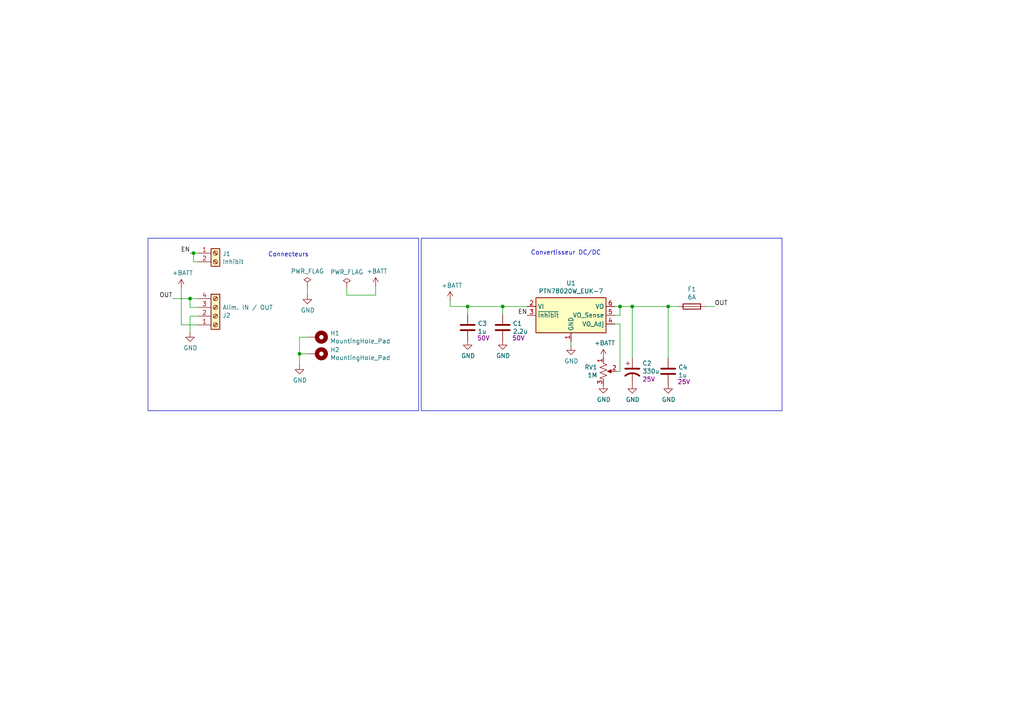
<source format=kicad_sch>
(kicad_sch (version 20231120) (generator "eeschema") (generator_version "8.0")
  (paper "A4")
  (title_block (title "Alimentation - Module 6A") (date "2020-12-12") (rev "1.0") (company "ARIG") (comment 1 "Auteur : Gregory DEPUILLE"))
  (lib_symbols
    (symbol "ARIG:PTN78020W_EUK-7"
      (property "Reference" "U" (at -6.35 6.35 0))
      (property "Value" "PTN78020W_EUK-7" (at 3.81 6.35 0))
      (symbol "PTN78020W_EUK-7_0_1"
        (rectangle (start -10.16 5.08) (end 10.16 -5.08) (stroke (width 0.254)) (fill (type background)))
      )
      (symbol "PTN78020W_EUK-7_1_1"
        (pin power_in line (at 0 -7.62 90) (length 2.54) (name "GND") (number "1"))
        (pin power_in line (at -12.7 2.54 0) (length 2.54) (name "VI") (number "2"))
        (pin input line (at -12.7 0 0) (length 2.54) (name "~{Inhibit}") (number "3"))
        (pin input line (at 12.7 -2.54 180) (length 2.54) (name "VO_Adj") (number "4"))
        (pin input line (at 12.7 0 180) (length 2.54) (name "VO_Sense") (number "5"))
        (pin power_out line (at 12.7 2.54 180) (length 2.54) (name "VO") (number "6"))
        (pin passive line (at 0 -7.62 90) (length 2.54) hide (name "GND") (number "7"))
      )
    )
    (symbol "Connector:Screw_Terminal_01x02" (pin_names (offset 1.016) hide)
      (property "Reference" "J" (at 0 2.54 0))
      (property "Value" "Screw_Terminal_01x02" (at 0 -5.08 0))
      (symbol "Screw_Terminal_01x02_1_1"
        (rectangle (start -1.27 1.27) (end 1.27 -3.81) (stroke (width 0.254)) (fill (type background)))
        (circle (center 0 -2.54) (radius 0.635) (stroke (width 0.1524)))
        (polyline (pts (xy -0.5334 -2.2098) (xy 0.3302 -3.048)) (stroke (width 0.1524)))
        (polyline (pts (xy -0.5334 0.3302) (xy 0.3302 -0.508)) (stroke (width 0.1524)))
        (polyline (pts (xy -0.3556 -2.032) (xy 0.508 -2.8702)) (stroke (width 0.1524)))
        (polyline (pts (xy -0.3556 0.508) (xy 0.508 -0.3302)) (stroke (width 0.1524)))
        (circle (center 0 0) (radius 0.635) (stroke (width 0.1524)))
        (pin passive line (at -5.08 0 0) (length 3.81) (name "Pin_1") (number "1"))
        (pin passive line (at -5.08 -2.54 0) (length 3.81) (name "Pin_2") (number "2"))
      )
    )
    (symbol "Connector:Screw_Terminal_01x04" (pin_names (offset 1.016) hide)
      (property "Reference" "J" (at 0 5.08 0))
      (property "Value" "Screw_Terminal_01x04" (at 0 -7.62 0))
      (symbol "Screw_Terminal_01x04_1_1"
        (rectangle (start -1.27 3.81) (end 1.27 -6.35) (stroke (width 0.254)) (fill (type background)))
        (circle (center 0 -5.08) (radius 0.635) (stroke (width 0.1524)))
        (circle (center 0 -2.54) (radius 0.635) (stroke (width 0.1524)))
        (polyline (pts (xy -0.5334 -4.7498) (xy 0.3302 -5.588)) (stroke (width 0.1524)))
        (polyline (pts (xy -0.5334 -2.2098) (xy 0.3302 -3.048)) (stroke (width 0.1524)))
        (polyline (pts (xy -0.5334 0.3302) (xy 0.3302 -0.508)) (stroke (width 0.1524)))
        (polyline (pts (xy -0.5334 2.8702) (xy 0.3302 2.032)) (stroke (width 0.1524)))
        (polyline (pts (xy -0.3556 -4.572) (xy 0.508 -5.4102)) (stroke (width 0.1524)))
        (polyline (pts (xy -0.3556 -2.032) (xy 0.508 -2.8702)) (stroke (width 0.1524)))
        (polyline (pts (xy -0.3556 0.508) (xy 0.508 -0.3302)) (stroke (width 0.1524)))
        (polyline (pts (xy -0.3556 3.048) (xy 0.508 2.2098)) (stroke (width 0.1524)))
        (circle (center 0 0) (radius 0.635) (stroke (width 0.1524)))
        (circle (center 0 2.54) (radius 0.635) (stroke (width 0.1524)))
        (pin passive line (at -5.08 2.54 0) (length 3.81) (name "Pin_1") (number "1"))
        (pin passive line (at -5.08 0 0) (length 3.81) (name "Pin_2") (number "2"))
        (pin passive line (at -5.08 -2.54 0) (length 3.81) (name "Pin_3") (number "3"))
        (pin passive line (at -5.08 -5.08 0) (length 3.81) (name "Pin_4") (number "4"))
      )
    )
    (symbol "Device:C" (pin_numbers hide) (pin_names (offset 0.254))
      (property "Reference" "C" (at 0.635 2.54 0))
      (property "Value" "C" (at 0.635 -2.54 0))
      (symbol "C_0_1"
        (polyline (pts (xy -2.032 -0.762) (xy 2.032 -0.762)) (stroke (width 0.508)))
        (polyline (pts (xy -2.032 0.762) (xy 2.032 0.762)) (stroke (width 0.508)))
      )
      (symbol "C_1_1"
        (pin passive line (at 0 3.81 270) (length 2.794) (name "~") (number "1"))
        (pin passive line (at 0 -3.81 90) (length 2.794) (name "~") (number "2"))
      )
    )
    (symbol "Device:Fuse" (pin_numbers hide) (pin_names (offset 0))
      (property "Reference" "F" (at 2.032 0 90))
      (property "Value" "Fuse" (at -1.905 0 90))
      (symbol "Fuse_0_1"
        (rectangle (start -0.762 -2.54) (end 0.762 2.54) (stroke (width 0.254)))
        (polyline (pts (xy 0 2.54) (xy 0 -2.54)))
      )
      (symbol "Fuse_1_1"
        (pin passive line (at 0 3.81 270) (length 1.27) (name "~") (number "1"))
        (pin passive line (at 0 -3.81 90) (length 1.27) (name "~") (number "2"))
      )
    )
    (symbol "Mechanical:MountingHole_Pad" (pin_numbers hide) (pin_names (offset 1.016) hide)
      (property "Reference" "H" (at 0 6.35 0))
      (property "Value" "MountingHole_Pad" (at 0 4.445 0))
      (symbol "MountingHole_Pad_0_1"
        (circle (center 0 1.27) (radius 1.27) (stroke (width 1.27)))
      )
      (symbol "MountingHole_Pad_1_1"
        (pin input line (at 0 -2.54 90) (length 2.54) (name "1") (number "1"))
      )
    )
    (symbol "ModuleAlim6A-rescue:CP1-Device" (pin_numbers hide) (pin_names (offset 0.254) hide)
      (property "Reference" "C" (at 0.635 2.54 0))
      (property "Value" "Device_CP1" (at 0.635 -2.54 0))
      (symbol "CP1-Device_0_1"
        (polyline (pts (xy -2.032 0.762) (xy 2.032 0.762)) (stroke (width 0.508)))
        (polyline (pts (xy -1.778 2.286) (xy -0.762 2.286)))
        (polyline (pts (xy -1.27 1.778) (xy -1.27 2.794)))
        (arc (start 2.032 -1.27) (mid 0 -0.5572) (end -2.032 -1.27) (stroke (width 0.508)))
      )
      (symbol "CP1-Device_1_1"
        (pin passive line (at 0 3.81 270) (length 2.794) (name "~") (number "1"))
        (pin passive line (at 0 -3.81 90) (length 3.302) (name "~") (number "2"))
      )
    )
    (symbol "ModuleAlim6A-rescue:R_POT_US-Device" (pin_names (offset 1.016) hide)
      (property "Reference" "RV" (at -4.445 0 90))
      (property "Value" "Device_R_POT_US" (at -2.54 0 90))
      (symbol "R_POT_US-Device_0_1"
        (polyline (pts (xy 0 -2.286) (xy 0 -2.54)))
        (polyline (pts (xy 0 2.54) (xy 0 2.286)))
        (polyline (pts (xy 2.54 0) (xy 1.524 0)))
        (polyline (pts (xy 1.143 0) (xy 2.286 0.508) (xy 2.286 -0.508) (xy 1.143 0)) (fill (type outline)))
        (polyline (pts (xy 0 -0.762) (xy 1.016 -1.143) (xy 0 -1.524) (xy -1.016 -1.905) (xy 0 -2.286)))
        (polyline (pts (xy 0 0.762) (xy 1.016 0.381) (xy 0 0) (xy -1.016 -0.381) (xy 0 -0.762)))
        (polyline (pts (xy 0 2.286) (xy 1.016 1.905) (xy 0 1.524) (xy -1.016 1.143) (xy 0 0.762)))
      )
      (symbol "R_POT_US-Device_1_1"
        (pin passive line (at 0 3.81 270) (length 1.27) (name "1") (number "1"))
        (pin passive line (at 3.81 0 180) (length 1.27) (name "2") (number "2"))
        (pin passive line (at 0 -3.81 90) (length 1.27) (name "3") (number "3"))
      )
    )
    (symbol "power:+BATT" (power) (pin_numbers hide) (pin_names (offset 0) hide)
      (property "Value" "+BATT" (at 0 3.556 0))
      (symbol "+BATT_0_1"
        (polyline (pts (xy -0.762 1.27) (xy 0 2.54)))
        (polyline (pts (xy 0 0) (xy 0 2.54)))
        (polyline (pts (xy 0 2.54) (xy 0.762 1.27)))
      )
      (symbol "+BATT_1_1"
        (pin power_in line (at 0 0 90) (length 0) (name "~") (number "1"))
      )
    )
    (symbol "power:GND" (power) (pin_numbers hide) (pin_names (offset 0) hide)
      (property "Value" "GND" (at 0 -3.81 0))
      (symbol "GND_0_1"
        (polyline (pts (xy 0 0) (xy 0 -1.27) (xy 1.27 -1.27) (xy 0 -2.54) (xy -1.27 -1.27) (xy 0 -1.27)))
      )
      (symbol "GND_1_1"
        (pin power_in line (at 0 0 270) (length 0) (name "~") (number "1"))
      )
    )
    (symbol "power:PWR_FLAG" (power) (pin_numbers hide) (pin_names (offset 0) hide)
      (property "Value" "PWR_FLAG" (at 0 3.81 0))
      (symbol "PWR_FLAG_0_0"
        (pin power_out line (at 0 0 90) (length 0) (name "~") (number "1"))
      )
      (symbol "PWR_FLAG_0_1"
        (polyline (pts (xy 0 0) (xy 0 1.27) (xy -1.016 1.905) (xy 0 2.54) (xy 1.016 1.905) (xy 0 1.27)))
      )
    )
  )
  (junction (at 86.868 102.616))
  (junction (at 55.118 86.614))
  (junction (at 179.832 88.9))
  (junction (at 183.388 88.9))
  (junction (at 193.802 88.9))
  (junction (at 56.134 73.406))
  (junction (at 135.636 88.9))
  (junction (at 145.796 88.9))
  (wire (pts (xy 178.308 88.9) (xy 179.832 88.9)))
  (wire (pts (xy 86.868 105.918) (xy 86.868 102.616)))
  (polyline (pts (xy 122.174 119.126) (xy 226.822 119.126)))
  (polyline (pts (xy 122.174 69.088) (xy 122.174 119.126)))
  (polyline (pts (xy 42.926 119.126) (xy 121.412 119.126)))
  (wire (pts (xy 135.636 88.9) (xy 145.796 88.9)))
  (polyline (pts (xy 121.412 69.088) (xy 42.926 69.088)))
  (wire (pts (xy 179.832 91.44) (xy 179.832 88.9)))
  (wire (pts (xy 145.796 88.9) (xy 152.908 88.9)))
  (wire (pts (xy 57.404 94.234) (xy 52.578 94.234)))
  (wire (pts (xy 100.584 83.312) (xy 100.584 85.598)))
  (wire (pts (xy 193.802 103.886) (xy 193.802 88.9)))
  (wire (pts (xy 55.118 86.614) (xy 57.404 86.614)))
  (wire (pts (xy 89.408 97.79) (xy 86.868 97.79)))
  (wire (pts (xy 89.154 85.598) (xy 89.154 83.058)))
  (wire (pts (xy 130.556 87.122) (xy 130.556 88.9)))
  (wire (pts (xy 50.038 86.614) (xy 55.118 86.614)))
  (wire (pts (xy 179.832 107.696) (xy 178.816 107.696)))
  (polyline (pts (xy 226.822 119.126) (xy 226.822 69.088)))
  (wire (pts (xy 207.264 88.9) (xy 204.47 88.9)))
  (wire (pts (xy 179.832 93.98) (xy 179.832 107.696)))
  (polyline (pts (xy 121.412 119.126) (xy 121.412 69.088)))
  (wire (pts (xy 57.404 89.154) (xy 55.118 89.154)))
  (wire (pts (xy 165.608 99.06) (xy 165.608 100.33)))
  (wire (pts (xy 108.966 85.598) (xy 108.966 83.058)))
  (wire (pts (xy 183.388 88.9) (xy 193.802 88.9)))
  (wire (pts (xy 100.584 85.598) (xy 108.966 85.598)))
  (wire (pts (xy 135.636 91.186) (xy 135.636 88.9)))
  (wire (pts (xy 55.118 89.154) (xy 55.118 86.614)))
  (wire (pts (xy 52.578 94.234) (xy 52.578 83.566)))
  (wire (pts (xy 179.832 88.9) (xy 183.388 88.9)))
  (wire (pts (xy 55.118 91.694) (xy 55.118 96.52)))
  (wire (pts (xy 56.134 75.946) (xy 56.134 73.406)))
  (wire (pts (xy 145.796 91.186) (xy 145.796 88.9)))
  (wire (pts (xy 57.404 91.694) (xy 55.118 91.694)))
  (wire (pts (xy 57.404 73.406) (xy 56.134 73.406)))
  (wire (pts (xy 178.308 91.44) (xy 179.832 91.44)))
  (wire (pts (xy 86.868 97.79) (xy 86.868 102.616)))
  (wire (pts (xy 183.388 88.9) (xy 183.388 103.886)))
  (wire (pts (xy 130.556 88.9) (xy 135.636 88.9)))
  (wire (pts (xy 178.308 93.98) (xy 179.832 93.98)))
  (wire (pts (xy 56.134 73.406) (xy 55.118 73.406)))
  (polyline (pts (xy 226.822 69.088) (xy 122.174 69.088)))
  (wire (pts (xy 56.134 75.946) (xy 57.404 75.946)))
  (wire (pts (xy 89.408 102.616) (xy 86.868 102.616)))
  (polyline (pts (xy 42.926 69.088) (xy 42.926 119.126)))
  (wire (pts (xy 193.802 88.9) (xy 196.85 88.9)))
  (text "Connecteurs" (at 77.724 74.676 0) (effects (font (size 1.27 1.27)) (justify left bottom)))
  (text "Convertisseur DC/DC" (at 153.924 74.168 0) (effects (font (size 1.27 1.27)) (justify left bottom)))
  (label "EN" (at 55.118 73.406 180))
  (label "OUT" (at 50.038 86.614 180))
  (label "OUT" (at 207.264 88.9 0))
  (label "EN" (at 152.908 91.44 180))
  (symbol (lib_id "power:+BATT") (at 52.578 83.566 0) (unit 1)
    (property "Reference" "#PWR03" (effects (hide yes)))
    (property "Value" "+BATT" (at 52.959 79.1718 0))
    (property "Description" "Power symbol creates a global label with name \"+BATT\"" (effects (hide yes)))
  )
  (symbol (lib_id "power:GND") (at 55.118 96.52 0) (unit 1)
    (property "Reference" "#PWR05" (effects (hide yes)))
    (property "Value" "GND" (at 55.245 100.9142 0))
    (property "Description" "Power symbol creates a global label with name \"GND\" , ground" (effects (hide yes)))
  )
  (symbol (lib_id "ARIG:PTN78020W_EUK-7") (at 165.608 91.44 0) (unit 1)
    (property "Reference" "U1" (at 165.608 82.1182 0))
    (property "Value" "PTN78020W_EUK-7" (at 165.608 84.4296 0))
    (property "Footprint" "Module:Texas_EUK_R-PDSS-T7_THT" (effects (hide yes)))
    (property "Datasheet" "https://www.ti.com/lit/ds/symlink/ptn78020w.pdf" (effects (hide yes)))
    (property "Description" "6A non-isolated switching regulator power module, 7-36V input voltage, 2.5-12.6V output voltage, EUK-7" (effects (hide yes)))
    (property "JLCPCB BOM" "0" (effects (hide yes)))
  )
  (symbol (lib_id "ModuleAlim6A-rescue:CP1-Device") (at 183.388 107.696 0) (unit 1)
    (property "Reference" "C2" (at 186.309 105.3846 0) (effects (justify left)))
    (property "Value" "330u" (at 186.309 107.696 0) (effects (justify left)))
    (property "Footprint" "Capacitor_SMD:CP_Elec_8x10" (effects (hide yes)))
    (property "Tension" "25V" (at 186.309 110.0074 0) (effects (justify left)))
    (property "LCSC Part" "C134842" (effects (hide yes)))
  )
  (symbol (lib_id "Device:C") (at 145.796 94.996 0) (unit 1)
    (property "Reference" "C1" (at 148.717 93.8276 0) (effects (justify left)))
    (property "Value" "2.2u" (at 148.717 96.139 0) (effects (justify left)))
    (property "Footprint" "Capacitor_SMD:C_1206_3216Metric_Pad1.33x1.80mm_HandSolder" (effects (hide yes)))
    (property "Description" "Unpolarized capacitor" (effects (hide yes)))
    (property "Tension" "50V" (at 150.368 98.044 0))
    (property "LCSC Part" "C50254" (effects (hide yes)))
  )
  (symbol (lib_id "power:+BATT") (at 130.556 87.122 0) (unit 1)
    (property "Reference" "#PWR06" (effects (hide yes)))
    (property "Value" "+BATT" (at 131.064 82.804 0))
    (property "Description" "Power symbol creates a global label with name \"+BATT\"" (effects (hide yes)))
  )
  (symbol (lib_id "power:GND") (at 135.636 98.806 0) (unit 1)
    (property "Reference" "#PWR07" (effects (hide yes)))
    (property "Value" "GND" (at 135.763 103.2002 0))
    (property "Description" "Power symbol creates a global label with name \"GND\" , ground" (effects (hide yes)))
  )
  (symbol (lib_id "power:GND") (at 165.608 100.33 0) (unit 1)
    (property "Reference" "#PWR08" (effects (hide yes)))
    (property "Value" "GND" (at 165.735 104.7242 0))
    (property "Description" "Power symbol creates a global label with name \"GND\" , ground" (effects (hide yes)))
  )
  (symbol (lib_id "ModuleAlim6A-rescue:R_POT_US-Device") (at 175.006 107.696 0) (unit 1)
    (property "Reference" "RV1" (at 173.2788 106.5276 0) (effects (justify right)))
    (property "Value" "1M" (at 173.2788 108.839 0) (effects (justify right)))
    (property "Footprint" "Potentiometer_THT:Potentiometer_Bourns_3266Y_Vertical" (effects (hide yes)))
    (property "JLCPCB BOM" "0" (effects (hide yes)))
  )
  (symbol (lib_id "power:+BATT") (at 175.006 103.886 0) (unit 1)
    (property "Reference" "#PWR09" (effects (hide yes)))
    (property "Value" "+BATT" (at 175.387 99.4918 0))
    (property "Description" "Power symbol creates a global label with name \"+BATT\"" (effects (hide yes)))
  )
  (symbol (lib_id "power:GND") (at 175.006 111.506 0) (unit 1)
    (property "Reference" "#PWR010" (effects (hide yes)))
    (property "Value" "GND" (at 175.133 115.9002 0))
    (property "Description" "Power symbol creates a global label with name \"GND\" , ground" (effects (hide yes)))
  )
  (symbol (lib_id "power:GND") (at 183.388 111.506 0) (unit 1)
    (property "Reference" "#PWR011" (effects (hide yes)))
    (property "Value" "GND" (at 183.515 115.9002 0))
    (property "Description" "Power symbol creates a global label with name \"GND\" , ground" (effects (hide yes)))
  )
  (symbol (lib_id "Device:Fuse") (at 200.66 88.9 270) (unit 1)
    (property "Reference" "F1" (at 200.66 83.8962 90))
    (property "Value" "6A" (at 200.66 86.2076 90))
    (property "Footprint" "Fuse:Fuseholder_Cylinder-5x20mm_Schurter_0031_8201_Horizontal_Open" (effects (hide yes)))
    (property "Description" "Fuse" (effects (hide yes)))
    (property "JLCPCB BOM" "0" (effects (hide yes)))
  )
  (symbol (lib_id "Mechanical:MountingHole_Pad") (at 91.948 97.79 270) (unit 1)
    (property "Reference" "H1" (at 95.758 96.6216 90) (effects (justify left)))
    (property "Value" "MountingHole_Pad" (at 95.758 98.933 90) (effects (justify left)))
    (property "Footprint" "MountingHole:MountingHole_3.2mm_M3_Pad_Via" (effects (hide yes)))
    (property "Description" "Mounting Hole with connection" (effects (hide yes)))
    (property "JLCPCB BOM" "0" (effects (hide yes)))
  )
  (symbol (lib_id "Mechanical:MountingHole_Pad") (at 91.948 102.616 270) (unit 1)
    (property "Reference" "H2" (at 95.758 101.4476 90) (effects (justify left)))
    (property "Value" "MountingHole_Pad" (at 95.758 103.759 90) (effects (justify left)))
    (property "Footprint" "MountingHole:MountingHole_3.2mm_M3_Pad_Via" (effects (hide yes)))
    (property "Description" "Mounting Hole with connection" (effects (hide yes)))
    (property "JLCPCB BOM" "0" (effects (hide yes)))
  )
  (symbol (lib_id "power:GND") (at 86.868 105.918 0) (unit 1)
    (property "Reference" "#PWR020" (effects (hide yes)))
    (property "Value" "GND" (at 86.995 110.3122 0))
    (property "Description" "Power symbol creates a global label with name \"GND\" , ground" (effects (hide yes)))
  )
  (symbol (lib_id "power:PWR_FLAG") (at 89.154 83.058 0) (mirror y) (unit 1)
    (property "Reference" "#FLG02" (effects (hide yes)))
    (property "Value" "PWR_FLAG" (at 89.154 78.6638 0))
    (property "Description" "Special symbol for telling ERC where power comes from" (effects (hide yes)))
  )
  (symbol (lib_id "power:GND") (at 89.154 85.598 0) (unit 1)
    (property "Reference" "#PWR01" (effects (hide yes)))
    (property "Value" "GND" (at 89.281 89.9922 0))
    (property "Description" "Power symbol creates a global label with name \"GND\" , ground" (effects (hide yes)))
  )
  (symbol (lib_id "power:PWR_FLAG") (at 100.584 83.312 0) (mirror y) (unit 1)
    (property "Reference" "#FLG01" (effects (hide yes)))
    (property "Value" "PWR_FLAG" (at 100.584 78.9178 0))
    (property "Description" "Special symbol for telling ERC where power comes from" (effects (hide yes)))
  )
  (symbol (lib_id "power:+BATT") (at 108.966 83.058 0) (unit 1)
    (property "Reference" "#PWR02" (effects (hide yes)))
    (property "Value" "+BATT" (at 109.347 78.6638 0))
    (property "Description" "Power symbol creates a global label with name \"+BATT\"" (effects (hide yes)))
  )
  (symbol (lib_id "Connector:Screw_Terminal_01x04") (at 62.484 91.694 0) (mirror x) (unit 1)
    (property "Reference" "J2" (at 64.516 91.4908 0) (effects (justify left)))
    (property "Value" "Alim. IN / OUT" (at 64.516 89.1794 0) (effects (justify left)))
    (property "Footprint" "TerminalBlock_Phoenix:TerminalBlock_Phoenix_MKDS-1,5-4-5.08_1x04_P5.08mm_Horizontal" (effects (hide yes)))
    (property "Description" "Generic screw terminal, single row, 01x04, script generated (kicad-library-utils/schlib/autogen/connector/)" (effects (hide yes)))
    (property "JLCPCB BOM" "0" (effects (hide yes)))
  )
  (symbol (lib_id "Connector:Screw_Terminal_01x02") (at 62.484 73.406 0) (unit 1)
    (property "Reference" "J1" (at 64.516 73.6092 0) (effects (justify left)))
    (property "Value" "Inhibit" (at 64.516 75.9206 0) (effects (justify left)))
    (property "Footprint" "TerminalBlock_Phoenix:TerminalBlock_Phoenix_MPT-0,5-2-2.54_1x02_P2.54mm_Horizontal" (effects (hide yes)))
    (property "Description" "Generic screw terminal, single row, 01x02, script generated (kicad-library-utils/schlib/autogen/connector/)" (effects (hide yes)))
    (property "JLCPCB BOM" "0" (effects (hide yes)))
  )
  (symbol (lib_id "Device:C") (at 135.636 94.996 0) (unit 1)
    (property "Reference" "C3" (at 138.557 93.8276 0) (effects (justify left)))
    (property "Value" "1u" (at 138.557 96.139 0) (effects (justify left)))
    (property "Footprint" "Capacitor_SMD:C_0805_2012Metric_Pad1.18x1.45mm_HandSolder" (effects (hide yes)))
    (property "Description" "Unpolarized capacitor" (effects (hide yes)))
    (property "Tension" "50V" (at 140.208 98.044 0))
    (property "LCSC Part" "C28323" (effects (hide yes)))
  )
  (symbol (lib_id "power:GND") (at 145.796 98.806 0) (unit 1)
    (property "Reference" "#PWR04" (effects (hide yes)))
    (property "Value" "GND" (at 145.923 103.2002 0))
    (property "Description" "Power symbol creates a global label with name \"GND\" , ground" (effects (hide yes)))
  )
  (symbol (lib_id "Device:C") (at 193.802 107.696 0) (unit 1)
    (property "Reference" "C4" (at 196.723 106.5276 0) (effects (justify left)))
    (property "Value" "1u" (at 196.723 108.839 0) (effects (justify left)))
    (property "Footprint" "Capacitor_SMD:C_0402_1005Metric_Pad0.74x0.62mm_HandSolder" (effects (hide yes)))
    (property "Description" "Unpolarized capacitor" (effects (hide yes)))
    (property "Tension" "25V" (at 198.374 110.744 0))
    (property "LCSC Part" "C52923" (effects (hide yes)))
  )
  (symbol (lib_id "power:GND") (at 193.802 111.506 0) (unit 1)
    (property "Reference" "#PWR012" (effects (hide yes)))
    (property "Value" "GND" (at 193.929 115.9002 0))
    (property "Description" "Power symbol creates a global label with name \"GND\" , ground" (effects (hide yes)))
  )
)
</source>
